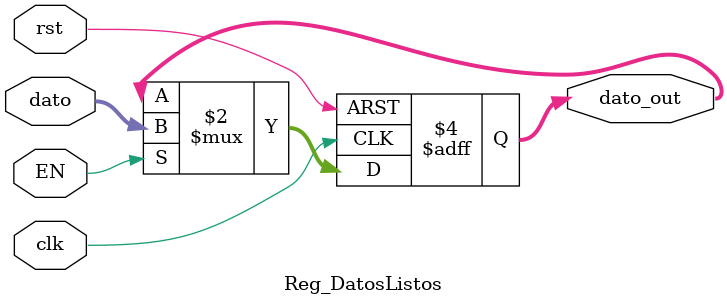
<source format=v>
`timescale 1ns / 1ps
module Reg_DatosListos(
		input wire [7:0] dato,
		input wire EN,
		input wire clk,
		input wire rst,
		output reg [7:0] dato_out
    );

always @ (posedge clk, posedge rst)
	if (rst)
		dato_out <= 8'b0;
	else if (EN)
		dato_out <= dato;

endmodule

</source>
